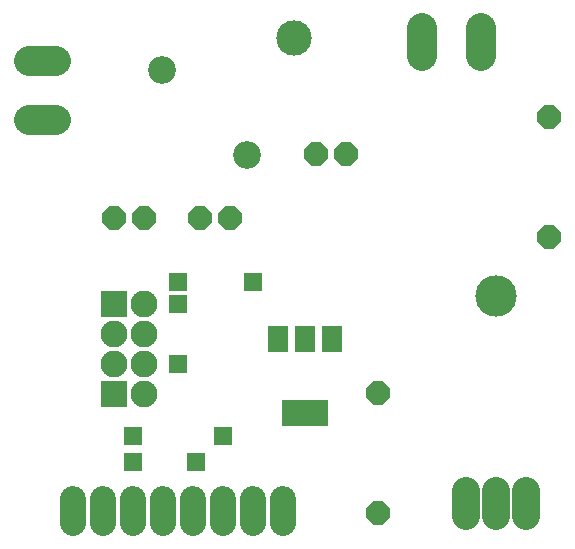
<source format=gbr>
G04 EAGLE Gerber RS-274X export*
G75*
%MOMM*%
%FSLAX34Y34*%
%LPD*%
%INSoldermask Bottom*%
%IPPOS*%
%AMOC8*
5,1,8,0,0,1.08239X$1,22.5*%
G01*
%ADD10P,2.199416X8X202.500000*%
%ADD11P,2.199416X8X22.500000*%
%ADD12C,2.336800*%
%ADD13C,2.336800*%
%ADD14C,3.505200*%
%ADD15P,2.199416X8X112.500000*%
%ADD16R,2.269200X2.269200*%
%ADD17C,2.269200*%
%ADD18C,2.540000*%
%ADD19R,1.701800X2.209800*%
%ADD20R,4.013200X2.209800*%
%ADD21C,2.235200*%
%ADD22C,3.003200*%
%ADD23R,1.503200X1.503200*%


D10*
X193675Y307975D03*
X168275Y307975D03*
D11*
X95250Y307975D03*
X120650Y307975D03*
D12*
X208301Y361884D03*
X136459Y433726D03*
D10*
X292100Y361950D03*
X266700Y361950D03*
D13*
X393700Y77343D02*
X393700Y56007D01*
X419100Y56007D02*
X419100Y77343D01*
X444500Y77343D02*
X444500Y56007D01*
D14*
X419100Y241935D03*
D15*
X318659Y58015D03*
X318659Y159615D03*
X463550Y292100D03*
X463550Y393700D03*
D16*
X95475Y234950D03*
D17*
X95475Y209550D03*
X95475Y184150D03*
D16*
X95475Y158750D03*
D17*
X120875Y158750D03*
X120875Y184150D03*
X120875Y209550D03*
X120875Y234950D03*
D18*
X46609Y441071D02*
X23241Y441071D01*
X23241Y390779D02*
X46609Y390779D01*
X406146Y445516D02*
X406146Y468884D01*
X355854Y468884D02*
X355854Y445516D01*
D19*
X234569Y206121D03*
X257429Y206121D03*
X280289Y206121D03*
D20*
X257175Y143129D03*
D21*
X60325Y70485D02*
X60325Y50165D01*
X85725Y50165D02*
X85725Y70485D01*
X111125Y70485D02*
X111125Y50165D01*
X136525Y50165D02*
X136525Y70485D01*
X161925Y70485D02*
X161925Y50165D01*
X187325Y50165D02*
X187325Y70485D01*
X212725Y70485D02*
X212725Y50165D01*
X238125Y50165D02*
X238125Y70485D01*
D22*
X247650Y460375D03*
D23*
X111125Y123825D03*
X187325Y123825D03*
X149225Y234950D03*
X149225Y184150D03*
X149225Y254000D03*
X212725Y254000D03*
X111125Y101600D03*
X165100Y101600D03*
M02*

</source>
